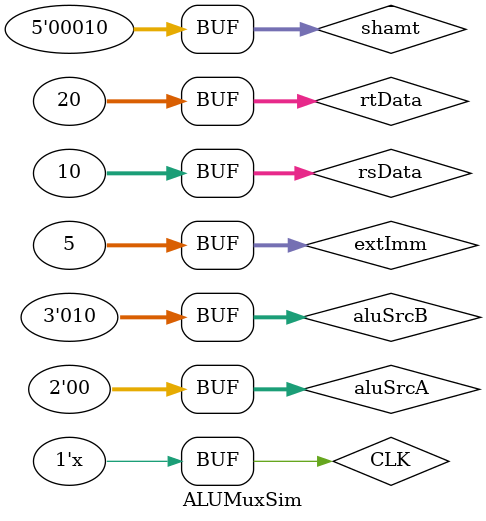
<source format=v>
`timescale 1 ns / 1 ps
`define cycleTime 10
module ALUMuxSim ();

reg CLK;
always # (`cycleTime / 2) begin
    CLK <= ~CLK;
end

reg [31:0] rsData;
reg [31:0] rtData;
reg [31:0] extImm;
reg [4:0]  shamt;

reg [1:0] aluSrcA;
reg [2:0] aluSrcB;

wire [31:0] in1;
wire [31:0] in2;

ALUMux ALUMux (
    rsData,
    rtData,
    extImm,
    shamt,

    aluSrcA,
    aluSrcB,
    
    in1,
    in2
);

initial begin
    CLK <= 0;
    rsData <= 32'd10; rtData <= 32'd20; extImm <= 32'd5; shamt <= 5'd2;
    aluSrcA <= 2'b00; aluSrcB <= 3'b000; #10; // rs and rt
    aluSrcA <= 2'b01; aluSrcB <= 3'b001; #10; // rt and rs: sllv
    aluSrcA <= 2'b10; aluSrcB <= 3'b100; #10; // imm and 16: lui
    aluSrcA <= 2'b01; aluSrcB <= 3'b011; #10; // rt and shamt: sll
    aluSrcA <= 2'b00; aluSrcB <= 3'b010; #10; // rs and imm: I-type
end

endmodule
</source>
